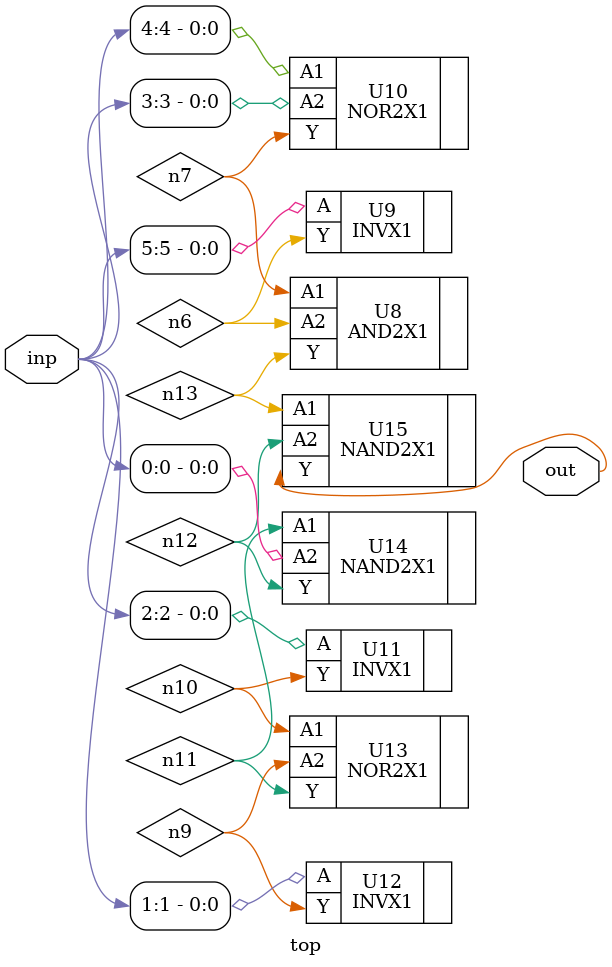
<source format=sv>


module top ( inp, out );
  input [5:0] inp;
  output out;
  wire   n6, n7, n9, n10, n11, n12, n13;

  AND2X1 U8 ( .A1(n7), .A2(n6), .Y(n13) );
  INVX1 U9 ( .A(inp[5]), .Y(n6) );
  NOR2X1 U10 ( .A1(inp[4]), .A2(inp[3]), .Y(n7) );
  INVX1 U11 ( .A(inp[2]), .Y(n10) );
  INVX1 U12 ( .A(inp[1]), .Y(n9) );
  NOR2X1 U13 ( .A1(n10), .A2(n9), .Y(n11) );
  NAND2X1 U14 ( .A1(n11), .A2(inp[0]), .Y(n12) );
  NAND2X1 U15 ( .A1(n13), .A2(n12), .Y(out) );
endmodule


</source>
